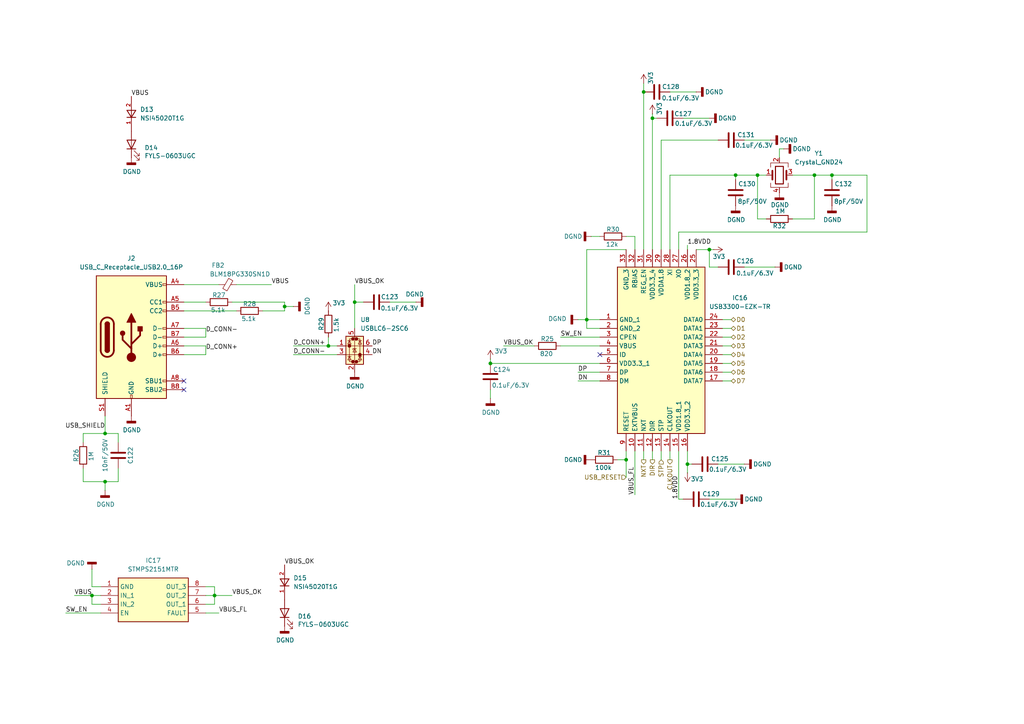
<source format=kicad_sch>
(kicad_sch (version 20231120) (generator "eeschema") (generator_version "8.0")
  (paper "A4")
  (lib_symbols
    (symbol "Connector:USB_C_Receptacle_USB2.0_16P" (pin_names (offset 1.016))
      (property "Reference" "J" (at 0 22.225 0))
      (property "Value" "USB_C_Receptacle_USB2.0_16P" (at 0 19.685 0))
      (symbol "USB_C_Receptacle_USB2.0_16P_0_0"
        (rectangle (start -0.254 -17.78) (end 0.254 -16.764))
        (rectangle (start 10.16 -14.986) (end 9.144 -15.494))
        (rectangle (start 10.16 -12.446) (end 9.144 -12.954))
        (rectangle (start 10.16 -4.826) (end 9.144 -5.334))
        (rectangle (start 10.16 -2.286) (end 9.144 -2.794))
        (rectangle (start 10.16 0.254) (end 9.144 -0.254))
        (rectangle (start 10.16 2.794) (end 9.144 2.286))
        (rectangle (start 10.16 7.874) (end 9.144 7.366))
        (rectangle (start 10.16 10.414) (end 9.144 9.906))
        (rectangle (start 10.16 15.494) (end 9.144 14.986))
      )
      (symbol "USB_C_Receptacle_USB2.0_16P_0_1"
        (rectangle (start -10.16 17.78) (end 10.16 -17.78) (stroke (width 0.254)) (fill (type background)))
        (arc (start -8.89 -3.81) (mid -6.985 -5.7067) (end -5.08 -3.81) (stroke (width 0.508)))
        (arc (start -7.62 -3.81) (mid -6.985 -4.4423) (end -6.35 -3.81) (stroke (width 0.254)))
        (arc (start -7.62 -3.81) (mid -6.985 -4.4423) (end -6.35 -3.81) (stroke (width 0.254)) (fill (type outline)))
        (rectangle (start -7.62 -3.81) (end -6.35 3.81) (stroke (width 0.254)) (fill (type outline)))
        (arc (start -6.35 3.81) (mid -6.985 4.4423) (end -7.62 3.81) (stroke (width 0.254)))
        (arc (start -6.35 3.81) (mid -6.985 4.4423) (end -7.62 3.81) (stroke (width 0.254)) (fill (type outline)))
        (arc (start -5.08 3.81) (mid -6.985 5.7067) (end -8.89 3.81) (stroke (width 0.508)))
        (circle (center -2.54 1.143) (radius 0.635) (stroke (width 0.254)) (fill (type outline)))
        (circle (center 0 -5.842) (radius 1.27) (fill (type outline)))
        (polyline (pts (xy -8.89 -3.81) (xy -8.89 3.81)) (stroke (width 0.508)))
        (polyline (pts (xy -5.08 3.81) (xy -5.08 -3.81)) (stroke (width 0.508)))
        (polyline (pts (xy 0 -5.842) (xy 0 4.318)) (stroke (width 0.508)))
        (polyline (pts (xy 0 -3.302) (xy -2.54 -0.762) (xy -2.54 0.508)) (stroke (width 0.508)))
        (polyline (pts (xy 0 -2.032) (xy 2.54 0.508) (xy 2.54 1.778)) (stroke (width 0.508)))
        (polyline (pts (xy -1.27 4.318) (xy 0 6.858) (xy 1.27 4.318) (xy -1.27 4.318)) (stroke (width 0.254)) (fill (type outline)))
        (rectangle (start 1.905 1.778) (end 3.175 3.048) (stroke (width 0.254)) (fill (type outline)))
      )
      (symbol "USB_C_Receptacle_USB2.0_16P_1_1"
        (pin passive line (at 0 -22.86 90) (length 5.08) (name "GND") (number "A1"))
        (pin passive line (at 0 -22.86 90) (length 5.08) hide (name "GND") (number "A12"))
        (pin passive line (at 15.24 15.24 180) (length 5.08) (name "VBUS") (number "A4"))
        (pin bidirectional line (at 15.24 10.16 180) (length 5.08) (name "CC1") (number "A5"))
        (pin bidirectional line (at 15.24 -2.54 180) (length 5.08) (name "D+") (number "A6"))
        (pin bidirectional line (at 15.24 2.54 180) (length 5.08) (name "D-") (number "A7"))
        (pin bidirectional line (at 15.24 -12.7 180) (length 5.08) (name "SBU1") (number "A8"))
        (pin passive line (at 15.24 15.24 180) (length 5.08) hide (name "VBUS") (number "A9"))
        (pin passive line (at 0 -22.86 90) (length 5.08) hide (name "GND") (number "B1"))
        (pin passive line (at 0 -22.86 90) (length 5.08) hide (name "GND") (number "B12"))
        (pin passive line (at 15.24 15.24 180) (length 5.08) hide (name "VBUS") (number "B4"))
        (pin bidirectional line (at 15.24 7.62 180) (length 5.08) (name "CC2") (number "B5"))
        (pin bidirectional line (at 15.24 -5.08 180) (length 5.08) (name "D+") (number "B6"))
        (pin bidirectional line (at 15.24 0 180) (length 5.08) (name "D-") (number "B7"))
        (pin bidirectional line (at 15.24 -15.24 180) (length 5.08) (name "SBU2") (number "B8"))
        (pin passive line (at 15.24 15.24 180) (length 5.08) hide (name "VBUS") (number "B9"))
        (pin passive line (at -7.62 -22.86 90) (length 5.08) (name "SHIELD") (number "S1"))
      )
    )
    (symbol "Device:C" (pin_numbers hide) (pin_names (offset 0.254))
      (property "Reference" "C" (at 0.635 2.54 0))
      (property "Value" "C" (at 0.635 -2.54 0))
      (symbol "C_0_1"
        (polyline (pts (xy -2.032 -0.762) (xy 2.032 -0.762)) (stroke (width 0.508)))
        (polyline (pts (xy -2.032 0.762) (xy 2.032 0.762)) (stroke (width 0.508)))
      )
      (symbol "C_1_1"
        (pin passive line (at 0 3.81 270) (length 2.794) (name "~") (number "1"))
        (pin passive line (at 0 -3.81 90) (length 2.794) (name "~") (number "2"))
      )
    )
    (symbol "Device:Crystal_GND24" (pin_names (offset 1.016) hide)
      (property "Reference" "Y" (at 3.175 5.08 0))
      (property "Value" "Crystal_GND24" (at 3.175 3.175 0))
      (symbol "Crystal_GND24_0_1"
        (rectangle (start -1.143 2.54) (end 1.143 -2.54) (stroke (width 0.3048)))
        (polyline (pts (xy -2.54 0) (xy -2.032 0)))
        (polyline (pts (xy -2.032 -1.27) (xy -2.032 1.27)) (stroke (width 0.508)))
        (polyline (pts (xy 0 -3.81) (xy 0 -3.556)))
        (polyline (pts (xy 0 3.556) (xy 0 3.81)))
        (polyline (pts (xy 2.032 -1.27) (xy 2.032 1.27)) (stroke (width 0.508)))
        (polyline (pts (xy 2.032 0) (xy 2.54 0)))
        (polyline (pts (xy -2.54 -2.286) (xy -2.54 -3.556) (xy 2.54 -3.556) (xy 2.54 -2.286)))
        (polyline (pts (xy -2.54 2.286) (xy -2.54 3.556) (xy 2.54 3.556) (xy 2.54 2.286)))
      )
      (symbol "Crystal_GND24_1_1"
        (pin passive line (at -3.81 0 0) (length 1.27) (name "1") (number "1"))
        (pin passive line (at 0 5.08 270) (length 1.27) (name "2") (number "2"))
        (pin passive line (at 3.81 0 180) (length 1.27) (name "3") (number "3"))
        (pin passive line (at 0 -5.08 90) (length 1.27) (name "4") (number "4"))
      )
    )
    (symbol "Device:FerriteBead_Small" (pin_numbers hide) (pin_names (offset 0))
      (property "Reference" "FB" (at 1.905 1.27 0))
      (property "Value" "FerriteBead_Small" (at 1.905 -1.27 0))
      (symbol "FerriteBead_Small_0_1"
        (polyline (pts (xy 0 -1.27) (xy 0 -0.7874)))
        (polyline (pts (xy 0 0.889) (xy 0 1.2954)))
        (polyline (pts (xy -1.8288 0.2794) (xy -1.1176 1.4986) (xy 1.8288 -0.2032) (xy 1.1176 -1.4224) (xy -1.8288 0.2794)))
      )
      (symbol "FerriteBead_Small_1_1"
        (pin passive line (at 0 2.54 270) (length 1.27) (name "~") (number "1"))
        (pin passive line (at 0 -2.54 90) (length 1.27) (name "~") (number "2"))
      )
    )
    (symbol "Device:LED" (pin_numbers hide) (pin_names (offset 1.016) hide)
      (property "Reference" "D" (at 0 2.54 0))
      (property "Value" "LED" (at 0 -2.54 0))
      (symbol "LED_0_1"
        (polyline (pts (xy -1.27 -1.27) (xy -1.27 1.27)) (stroke (width 0.254)))
        (polyline (pts (xy -1.27 0) (xy 1.27 0)))
        (polyline (pts (xy 1.27 -1.27) (xy 1.27 1.27) (xy -1.27 0) (xy 1.27 -1.27)) (stroke (width 0.254)))
        (polyline (pts (xy -3.048 -0.762) (xy -4.572 -2.286) (xy -3.81 -2.286) (xy -4.572 -2.286) (xy -4.572 -1.524)))
        (polyline (pts (xy -1.778 -0.762) (xy -3.302 -2.286) (xy -2.54 -2.286) (xy -3.302 -2.286) (xy -3.302 -1.524)))
      )
      (symbol "LED_1_1"
        (pin passive line (at -3.81 0 0) (length 2.54) (name "K") (number "1"))
        (pin passive line (at 3.81 0 180) (length 2.54) (name "A") (number "2"))
      )
    )
    (symbol "Device:R" (pin_numbers hide) (pin_names (offset 0))
      (property "Reference" "R" (at 2.032 0 90))
      (property "Value" "R" (at 0 0 90))
      (symbol "R_0_1"
        (rectangle (start -1.016 -2.54) (end 1.016 2.54) (stroke (width 0.254)))
      )
      (symbol "R_1_1"
        (pin passive line (at 0 3.81 270) (length 1.27) (name "~") (number "1"))
        (pin passive line (at 0 -3.81 90) (length 1.27) (name "~") (number "2"))
      )
    )
    (symbol "NSI45020T1G:NSI45020T1G" (pin_names (offset 1.016))
      (property "Reference" "D" (at -4.5743 2.1601 0))
      (property "Value" "NSI45020T1G" (at -4.5755 -4.1942 0))
      (symbol "NSI45020T1G_0_0"
        (polyline (pts (xy -1.016 -1.27) (xy -1.016 0)) (stroke (width 0.254)))
        (polyline (pts (xy -1.016 0) (xy -1.016 1.27)) (stroke (width 0.254)))
        (polyline (pts (xy -1.016 0) (xy 1.016 -1.27)) (stroke (width 0.254)))
        (polyline (pts (xy 1.016 -1.27) (xy 1.016 1.27)) (stroke (width 0.254)))
        (polyline (pts (xy 1.016 1.27) (xy -1.016 0)) (stroke (width 0.254)))
        (pin passive line (at -5.08 0 0) (length 5.08) (name "~") (number "1"))
        (pin passive line (at 5.08 0 180) (length 5.08) (name "~") (number "2"))
      )
    )
    (symbol "Power_Protection:USBLC6-2SC6" (pin_names hide)
      (property "Reference" "U" (at 0.635 5.715 0))
      (property "Value" "USBLC6-2SC6" (at 0.635 3.81 0))
      (symbol "USBLC6-2SC6_0_0"
        (circle (center -1.524 0) (radius 0.0001) (stroke (width 0.508)))
        (circle (center -0.508 -4.572) (radius 0.0001) (stroke (width 0.508)))
        (circle (center -0.508 2.032) (radius 0.0001) (stroke (width 0.508)))
        (circle (center 0.508 -4.572) (radius 0.0001) (stroke (width 0.508)))
        (circle (center 0.508 2.032) (radius 0.0001) (stroke (width 0.508)))
        (circle (center 1.524 -2.54) (radius 0.0001) (stroke (width 0.508)))
      )
      (symbol "USBLC6-2SC6_0_1"
        (polyline (pts (xy -2.54 -2.54) (xy 2.54 -2.54)))
        (polyline (pts (xy -2.54 0) (xy 2.54 0)))
        (polyline (pts (xy -2.032 -3.048) (xy -1.016 -3.048)))
        (polyline (pts (xy -1.016 1.524) (xy -2.032 1.524)))
        (polyline (pts (xy 1.016 -3.048) (xy 2.032 -3.048)))
        (polyline (pts (xy 1.016 1.524) (xy 2.032 1.524)))
        (polyline (pts (xy -0.508 -1.143) (xy -0.508 -0.762) (xy 0.508 -0.762)))
        (polyline (pts (xy -2.032 0.508) (xy -1.016 0.508) (xy -1.524 1.524) (xy -2.032 0.508)))
        (polyline (pts (xy -1.016 -4.064) (xy -2.032 -4.064) (xy -1.524 -3.048) (xy -1.016 -4.064)))
        (polyline (pts (xy 0.508 -1.778) (xy -0.508 -1.778) (xy 0 -0.762) (xy 0.508 -1.778)))
        (polyline (pts (xy 2.032 -4.064) (xy 1.016 -4.064) (xy 1.524 -3.048) (xy 2.032 -4.064)))
        (polyline (pts (xy 2.032 0.508) (xy 1.016 0.508) (xy 1.524 1.524) (xy 2.032 0.508)))
        (polyline (pts (xy 0 2.54) (xy -0.508 2.032) (xy 0.508 2.032) (xy 0 1.524) (xy 0 -4.064) (xy -0.508 -4.572) (xy 0.508 -4.572) (xy 0 -5.08)))
      )
      (symbol "USBLC6-2SC6_1_1"
        (rectangle (start -2.54 2.794) (end 2.54 -5.334) (stroke (width 0.254)) (fill (type background)))
        (polyline (pts (xy -0.508 2.032) (xy -1.524 2.032) (xy -1.524 -4.572) (xy -0.508 -4.572)))
        (polyline (pts (xy 0.508 -4.572) (xy 1.524 -4.572) (xy 1.524 2.032) (xy 0.508 2.032)))
        (pin passive line (at -5.08 0 0) (length 2.54) (name "I/O1") (number "1"))
        (pin passive line (at 0 -7.62 90) (length 2.54) (name "GND") (number "2"))
        (pin passive line (at -5.08 -2.54 0) (length 2.54) (name "I/O2") (number "3"))
        (pin passive line (at 5.08 -2.54 180) (length 2.54) (name "I/O2") (number "4"))
        (pin passive line (at 0 5.08 270) (length 2.54) (name "VBUS") (number "5"))
        (pin passive line (at 5.08 0 180) (length 2.54) (name "I/O1") (number "6"))
      )
    )
    (symbol "STMPS2151MTR:STMPS2151MTR"
      (property "Reference" "IC" (at 26.67 7.62 0))
      (property "Value" "STMPS2151MTR" (at 26.67 5.08 0))
      (symbol "STMPS2151MTR_1_1"
        (rectangle (start 5.08 2.54) (end 25.4 -10.16) (stroke (width 0.254)) (fill (type background)))
        (pin passive line (at 0 0 0) (length 5.08) (name "GND") (number "1"))
        (pin passive line (at 0 -2.54 0) (length 5.08) (name "IN_1") (number "2"))
        (pin passive line (at 0 -5.08 0) (length 5.08) (name "IN_2") (number "3"))
        (pin passive line (at 0 -7.62 0) (length 5.08) (name "EN") (number "4"))
        (pin passive line (at 30.48 -7.62 180) (length 5.08) (name "FAULT") (number "5"))
        (pin passive line (at 30.48 -5.08 180) (length 5.08) (name "OUT_1") (number "6"))
        (pin passive line (at 30.48 -2.54 180) (length 5.08) (name "OUT_2") (number "7"))
        (pin passive line (at 30.48 0 180) (length 5.08) (name "OUT_3") (number "8"))
      )
    )
    (symbol "USB3300-EZK-TR:USB3300-EZK-TR"
      (property "Reference" "IC" (at 31.75 20.32 0))
      (property "Value" "USB3300-EZK-TR" (at 31.75 17.78 0))
      (symbol "USB3300-EZK-TR_1_1"
        (rectangle (start 5.08 15.24) (end 30.48 -33.02) (stroke (width 0.254)) (fill (type background)))
        (pin passive line (at 0 0 0) (length 5.08) (name "GND_1") (number "1"))
        (pin passive line (at 10.16 -38.1 90) (length 5.08) (name "EXTVBUS") (number "10"))
        (pin passive line (at 12.7 -38.1 90) (length 5.08) (name "NXT") (number "11"))
        (pin passive line (at 15.24 -38.1 90) (length 5.08) (name "DIR") (number "12"))
        (pin passive line (at 17.78 -38.1 90) (length 5.08) (name "STP") (number "13"))
        (pin passive line (at 20.32 -38.1 90) (length 5.08) (name "CLKOUT") (number "14"))
        (pin passive line (at 22.86 -38.1 90) (length 5.08) (name "VDD1.8_1") (number "15"))
        (pin passive line (at 25.4 -38.1 90) (length 5.08) (name "VDD3.3_2") (number "16"))
        (pin passive line (at 35.56 -17.78 180) (length 5.08) (name "DATA7") (number "17"))
        (pin passive line (at 35.56 -15.24 180) (length 5.08) (name "DATA6") (number "18"))
        (pin passive line (at 35.56 -12.7 180) (length 5.08) (name "DATA5") (number "19"))
        (pin passive line (at 0 -2.54 0) (length 5.08) (name "GND_2") (number "2"))
        (pin passive line (at 35.56 -10.16 180) (length 5.08) (name "DATA4") (number "20"))
        (pin passive line (at 35.56 -7.62 180) (length 5.08) (name "DATA3") (number "21"))
        (pin passive line (at 35.56 -5.08 180) (length 5.08) (name "DATA2") (number "22"))
        (pin passive line (at 35.56 -2.54 180) (length 5.08) (name "DATA1") (number "23"))
        (pin passive line (at 35.56 0 180) (length 5.08) (name "DATA0") (number "24"))
        (pin passive line (at 27.94 20.32 270) (length 5.08) (name "VDD3.3_3") (number "25"))
        (pin passive line (at 25.4 20.32 270) (length 5.08) (name "VDD1.8_2") (number "26"))
        (pin passive line (at 22.86 20.32 270) (length 5.08) (name "XO") (number "27"))
        (pin passive line (at 20.32 20.32 270) (length 5.08) (name "XI") (number "28"))
        (pin passive line (at 17.78 20.32 270) (length 5.08) (name "VDDA1.8") (number "29"))
        (pin passive line (at 0 -5.08 0) (length 5.08) (name "CPEN") (number "3"))
        (pin passive line (at 15.24 20.32 270) (length 5.08) (name "VDD3.3_4") (number "30"))
        (pin passive line (at 12.7 20.32 270) (length 5.08) (name "REG_EN") (number "31"))
        (pin passive line (at 10.16 20.32 270) (length 5.08) (name "RBIAS") (number "32"))
        (pin passive line (at 7.62 20.32 270) (length 5.08) (name "GND_3") (number "33"))
        (pin passive line (at 0 -7.62 0) (length 5.08) (name "VBUS") (number "4"))
        (pin passive line (at 0 -10.16 0) (length 5.08) (name "ID") (number "5"))
        (pin passive line (at 0 -12.7 0) (length 5.08) (name "VDD3.3_1") (number "6"))
        (pin passive line (at 0 -15.24 0) (length 5.08) (name "DP") (number "7"))
        (pin passive line (at 0 -17.78 0) (length 5.08) (name "DM") (number "8"))
        (pin passive line (at 7.62 -38.1 90) (length 5.08) (name "RESET") (number "9"))
      )
    )
    (symbol "power:GNDD" (power) (pin_numbers hide) (pin_names (offset 0) hide)
      (property "Value" "GNDD" (at 0 -3.175 0))
      (symbol "GNDD_0_1"
        (rectangle (start -1.27 -1.524) (end 1.27 -2.032) (stroke (width 0.254)) (fill (type outline)))
        (polyline (pts (xy 0 0) (xy 0 -1.524)))
      )
      (symbol "GNDD_1_1"
        (pin power_in line (at 0 0 270) (length 0) (name "~") (number "1"))
      )
    )
    (symbol "power:VDD" (power) (pin_numbers hide) (pin_names (offset 0) hide)
      (property "Value" "VDD" (at 0 3.556 0))
      (symbol "VDD_0_1"
        (polyline (pts (xy -0.762 1.27) (xy 0 2.54)))
        (polyline (pts (xy 0 0) (xy 0 2.54)))
        (polyline (pts (xy 0 2.54) (xy 0.762 1.27)))
      )
      (symbol "VDD_1_1"
        (pin power_in line (at 0 0 90) (length 0) (name "~") (number "1"))
      )
    )
  )
  (junction (at 26.67 172.72))
  (junction (at 236.22 50.8))
  (junction (at 170.18 92.71))
  (junction (at 213.36 50.8))
  (junction (at 241.3 50.8))
  (junction (at 186.69 26.67))
  (junction (at 30.48 125.73))
  (junction (at 189.23 34.29))
  (junction (at 142.24 105.41))
  (junction (at 199.39 134.62))
  (junction (at 102.87 87.63))
  (junction (at 82.55 88.9))
  (junction (at 62.23 172.72))
  (junction (at 219.71 50.8))
  (junction (at 205.74 72.39))
  (junction (at 30.48 139.7))
  (junction (at 181.61 133.35))
  (junction (at 95.25 100.33))
  (no_connect (at 53.34 110.49))
  (no_connect (at 173.99 102.87))
  (no_connect (at 53.34 113.03))
  (wire (pts (xy 251.46 50.8) (xy 241.3 50.8)))
  (wire (pts (xy 209.55 100.33) (xy 212.09 100.33)))
  (wire (pts (xy 167.64 92.71) (xy 170.18 92.71)))
  (wire (pts (xy 209.55 102.87) (xy 212.09 102.87)))
  (wire (pts (xy 191.77 40.64) (xy 191.77 72.39)))
  (wire (pts (xy 191.77 133.35) (xy 191.77 130.81)))
  (wire (pts (xy 102.87 82.55) (xy 102.87 87.63)))
  (wire (pts (xy 199.39 71.12) (xy 199.39 72.39)))
  (wire (pts (xy 167.64 110.49) (xy 173.99 110.49)))
  (wire (pts (xy 59.69 170.18) (xy 62.23 170.18)))
  (wire (pts (xy 205.74 77.47) (xy 208.28 77.47)))
  (wire (pts (xy 186.69 26.67) (xy 186.69 72.39)))
  (wire (pts (xy 236.22 63.5) (xy 229.87 63.5)))
  (wire (pts (xy 85.09 88.9) (xy 82.55 88.9)))
  (wire (pts (xy 53.34 100.33) (xy 59.69 100.33)))
  (wire (pts (xy 181.61 130.81) (xy 181.61 133.35)))
  (wire (pts (xy 24.13 125.73) (xy 30.48 125.73)))
  (wire (pts (xy 170.18 95.25) (xy 170.18 92.71)))
  (wire (pts (xy 62.23 175.26) (xy 62.23 172.72)))
  (wire (pts (xy 205.74 72.39) (xy 205.74 77.47)))
  (wire (pts (xy 199.39 134.62) (xy 200.66 134.62)))
  (wire (pts (xy 189.23 72.39) (xy 189.23 34.29)))
  (wire (pts (xy 170.18 92.71) (xy 173.99 92.71)))
  (wire (pts (xy 63.5 177.8) (xy 59.69 177.8)))
  (wire (pts (xy 181.61 68.58) (xy 184.15 68.58)))
  (wire (pts (xy 227.33 43.18) (xy 226.06 43.18)))
  (wire (pts (xy 142.24 104.14) (xy 142.24 105.41)))
  (wire (pts (xy 68.58 82.55) (xy 78.74 82.55)))
  (wire (pts (xy 146.05 100.33) (xy 154.94 100.33)))
  (wire (pts (xy 53.34 82.55) (xy 63.5 82.55)))
  (wire (pts (xy 24.13 125.73) (xy 24.13 128.27)))
  (wire (pts (xy 186.69 133.35) (xy 186.69 130.81)))
  (wire (pts (xy 196.85 130.81) (xy 196.85 144.78)))
  (wire (pts (xy 208.28 40.64) (xy 191.77 40.64)))
  (wire (pts (xy 53.34 95.25) (xy 59.69 95.25)))
  (wire (pts (xy 196.85 67.31) (xy 251.46 67.31)))
  (wire (pts (xy 19.05 177.8) (xy 29.21 177.8)))
  (wire (pts (xy 222.25 50.8) (xy 219.71 50.8)))
  (wire (pts (xy 236.22 50.8) (xy 236.22 63.5)))
  (wire (pts (xy 142.24 105.41) (xy 173.99 105.41)))
  (wire (pts (xy 162.56 97.79) (xy 173.99 97.79)))
  (wire (pts (xy 205.74 144.78) (xy 213.36 144.78)))
  (wire (pts (xy 209.55 105.41) (xy 212.09 105.41)))
  (wire (pts (xy 209.55 95.25) (xy 212.09 95.25)))
  (wire (pts (xy 181.61 72.39) (xy 170.18 72.39)))
  (wire (pts (xy 241.3 52.07) (xy 241.3 50.8)))
  (wire (pts (xy 95.25 97.79) (xy 95.25 100.33)))
  (wire (pts (xy 59.69 100.33) (xy 59.69 102.87)))
  (wire (pts (xy 62.23 170.18) (xy 62.23 172.72)))
  (wire (pts (xy 194.31 26.67) (xy 201.93 26.67)))
  (wire (pts (xy 34.29 128.27) (xy 34.29 125.73)))
  (wire (pts (xy 26.67 170.18) (xy 29.21 170.18)))
  (wire (pts (xy 29.21 175.26) (xy 26.67 175.26)))
  (wire (pts (xy 201.93 72.39) (xy 205.74 72.39)))
  (wire (pts (xy 21.59 172.72) (xy 26.67 172.72)))
  (wire (pts (xy 173.99 95.25) (xy 170.18 95.25)))
  (wire (pts (xy 189.23 33.02) (xy 189.23 34.29)))
  (wire (pts (xy 67.31 87.63) (xy 82.55 87.63)))
  (wire (pts (xy 76.2 90.17) (xy 82.55 90.17)))
  (wire (pts (xy 209.55 110.49) (xy 212.09 110.49)))
  (wire (pts (xy 181.61 133.35) (xy 181.61 138.43)))
  (wire (pts (xy 194.31 133.35) (xy 194.31 130.81)))
  (wire (pts (xy 198.12 34.29) (xy 205.74 34.29)))
  (wire (pts (xy 24.13 139.7) (xy 30.48 139.7)))
  (wire (pts (xy 209.55 97.79) (xy 212.09 97.79)))
  (wire (pts (xy 251.46 67.31) (xy 251.46 50.8)))
  (wire (pts (xy 215.9 77.47) (xy 224.79 77.47)))
  (wire (pts (xy 196.85 144.78) (xy 198.12 144.78)))
  (wire (pts (xy 212.09 92.71) (xy 209.55 92.71)))
  (wire (pts (xy 184.15 68.58) (xy 184.15 72.39)))
  (wire (pts (xy 213.36 50.8) (xy 194.31 50.8)))
  (wire (pts (xy 102.87 87.63) (xy 102.87 95.25)))
  (wire (pts (xy 30.48 139.7) (xy 30.48 142.24)))
  (wire (pts (xy 194.31 50.8) (xy 194.31 72.39)))
  (wire (pts (xy 205.74 72.39) (xy 207.01 72.39)))
  (wire (pts (xy 24.13 135.89) (xy 24.13 139.7)))
  (wire (pts (xy 170.18 72.39) (xy 170.18 92.71)))
  (wire (pts (xy 162.56 100.33) (xy 173.99 100.33)))
  (wire (pts (xy 82.55 87.63) (xy 82.55 88.9)))
  (wire (pts (xy 30.48 125.73) (xy 34.29 125.73)))
  (wire (pts (xy 26.67 165.1) (xy 26.67 170.18)))
  (wire (pts (xy 102.87 87.63) (xy 105.41 87.63)))
  (wire (pts (xy 213.36 50.8) (xy 213.36 52.07)))
  (wire (pts (xy 34.29 139.7) (xy 30.48 139.7)))
  (wire (pts (xy 53.34 97.79) (xy 59.69 97.79)))
  (wire (pts (xy 189.23 34.29) (xy 190.5 34.29)))
  (wire (pts (xy 95.25 100.33) (xy 97.79 100.33)))
  (wire (pts (xy 34.29 135.89) (xy 34.29 139.7)))
  (wire (pts (xy 53.34 102.87) (xy 59.69 102.87)))
  (wire (pts (xy 85.09 100.33) (xy 95.25 100.33)))
  (wire (pts (xy 226.06 43.18) (xy 226.06 45.72)))
  (wire (pts (xy 229.87 50.8) (xy 236.22 50.8)))
  (wire (pts (xy 59.69 175.26) (xy 62.23 175.26)))
  (wire (pts (xy 26.67 175.26) (xy 26.67 172.72)))
  (wire (pts (xy 26.67 172.72) (xy 29.21 172.72)))
  (wire (pts (xy 30.48 120.65) (xy 30.48 125.73)))
  (wire (pts (xy 219.71 50.8) (xy 219.71 63.5)))
  (wire (pts (xy 186.69 24.13) (xy 186.69 26.67)))
  (wire (pts (xy 208.28 134.62) (xy 215.9 134.62)))
  (wire (pts (xy 189.23 133.35) (xy 189.23 130.81)))
  (wire (pts (xy 113.03 87.63) (xy 120.65 87.63)))
  (wire (pts (xy 199.39 134.62) (xy 199.39 137.16)))
  (wire (pts (xy 167.64 107.95) (xy 173.99 107.95)))
  (wire (pts (xy 142.24 115.57) (xy 142.24 113.03)))
  (wire (pts (xy 53.34 90.17) (xy 68.58 90.17)))
  (wire (pts (xy 171.45 68.58) (xy 173.99 68.58)))
  (wire (pts (xy 59.69 95.25) (xy 59.69 97.79)))
  (wire (pts (xy 222.25 63.5) (xy 219.71 63.5)))
  (wire (pts (xy 209.55 107.95) (xy 212.09 107.95)))
  (wire (pts (xy 184.15 130.81) (xy 184.15 143.51)))
  (wire (pts (xy 82.55 90.17) (xy 82.55 88.9)))
  (wire (pts (xy 67.31 172.72) (xy 62.23 172.72)))
  (wire (pts (xy 62.23 172.72) (xy 59.69 172.72)))
  (wire (pts (xy 196.85 72.39) (xy 196.85 67.31)))
  (wire (pts (xy 241.3 50.8) (xy 236.22 50.8)))
  (wire (pts (xy 199.39 130.81) (xy 199.39 134.62)))
  (wire (pts (xy 215.9 40.64) (xy 223.52 40.64)))
  (wire (pts (xy 53.34 87.63) (xy 59.69 87.63)))
  (wire (pts (xy 181.61 133.35) (xy 179.07 133.35)))
  (wire (pts (xy 85.09 102.87) (xy 97.79 102.87)))
  (wire (pts (xy 219.71 50.8) (xy 213.36 50.8)))
  (label "USB_SHIELD" (at 30.48 124.46 180))
  (label "VBUS_OK" (at 146.05 100.33 0))
  (label "DN" (at 107.95 102.87 0))
  (label "SW_EN" (at 19.05 177.8 0))
  (label "VBUS_OK" (at 67.31 172.72 0))
  (label "1.8VDD" (at 196.85 144.78 90))
  (label "VBUS_FL" (at 63.5 177.8 0))
  (label "VBUS" (at 78.74 82.55 0))
  (label "DP" (at 107.95 100.33 0))
  (label "DP" (at 167.64 107.95 0))
  (label "VBUS" (at 38.1 27.94 0))
  (label "D_CONN-" (at 59.69 96.52 0))
  (label "VBUS" (at 21.59 172.72 0))
  (label "VBUS_OK" (at 102.87 82.55 0))
  (label "D_CONN-" (at 85.09 102.87 0))
  (label "1.8VDD" (at 199.39 71.12 0))
  (label "VBUS_FL" (at 184.15 143.51 90))
  (label "SW_EN" (at 162.56 97.79 0))
  (label "D_CONN+" (at 59.69 101.6 0))
  (label "VBUS_OK" (at 82.55 163.83 0))
  (label "DN" (at 167.64 110.49 0))
  (label "D_CONN+" (at 85.09 100.33 0))
  (hierarchical_label "D4" (shape bidirectional) (at 212.09 102.87 0))
  (hierarchical_label "D2" (shape bidirectional) (at 212.09 97.79 0))
  (hierarchical_label "D0" (shape bidirectional) (at 212.09 92.71 0))
  (hierarchical_label "D7" (shape bidirectional) (at 212.09 110.49 0))
  (hierarchical_label "USB_RESET" (shape input) (at 181.61 138.43 180))
  (hierarchical_label "CLKOUT" (shape output) (at 194.31 133.35 270))
  (hierarchical_label "D1" (shape bidirectional) (at 212.09 95.25 0))
  (hierarchical_label "STP" (shape input) (at 191.77 133.35 270))
  (hierarchical_label "D5" (shape bidirectional) (at 212.09 105.41 0))
  (hierarchical_label "D3" (shape bidirectional) (at 212.09 100.33 0))
  (hierarchical_label "NXT" (shape output) (at 186.69 133.35 270))
  (hierarchical_label "D6" (shape bidirectional) (at 212.09 107.95 0))
  (hierarchical_label "DIR" (shape output) (at 189.23 133.35 270))
  (symbol (lib_id "Device:R") (at 226.06 63.5 270) (unit 1)
    (property "Reference" "R32" (at 226.06 65.532 90))
    (property "Value" "1M" (at 226.314 61.214 90))
    (property "Footprint" "Resistor_SMD:R_0805_2012Metric_Pad1.20x1.40mm_HandSolder" (effects (hide yes)))
    (property "Description" "Resistor" (effects (hide yes)))
  )
  (symbol (lib_id "power:GNDD") (at 85.09 88.9 90) (mirror x) (unit 1)
    (property "Reference" "#PWR0202" (effects (hide yes)))
    (property "Value" "DGND" (at 89.154 91.44 0) (effects (justify right)))
    (property "Description" "Power symbol creates a global label with name \"GNDD\" , digital ground" (effects (hide yes)))
  )
  (symbol (lib_id "power:VDD") (at 207.01 72.39 270) (unit 1)
    (property "Reference" "#PWR0213" (effects (hide yes)))
    (property "Value" "3V3" (at 208.534 74.422 90))
    (property "Description" "Power symbol creates a global label with name \"VDD\"" (effects (hide yes)))
  )
  (symbol (lib_id "Device:C") (at 241.3 55.88 0) (mirror x) (unit 1)
    (property "Reference" "C132" (at 244.602 53.34 0))
    (property "Value" "8pF/50V" (at 246.126 58.42 0))
    (property "Footprint" "Capacitor_SMD:C_0402_1005Metric_Pad0.74x0.62mm_HandSolder" (effects (hide yes)))
    (property "Description" "Unpolarized capacitor" (effects (hide yes)))
  )
  (symbol (lib_id "Device:C") (at 201.93 144.78 90) (mirror x) (unit 1)
    (property "Reference" "C129" (at 206.248 143.256 90))
    (property "Value" "0.1uF/6.3V" (at 208.534 146.304 90))
    (property "Footprint" "Capacitor_SMD:C_0603_1608Metric_Pad1.08x0.95mm_HandSolder" (effects (hide yes)))
    (property "Description" "Unpolarized capacitor" (effects (hide yes)))
  )
  (symbol (lib_id "Device:C") (at 212.09 77.47 90) (mirror x) (unit 1)
    (property "Reference" "C126" (at 216.154 75.692 90))
    (property "Value" "0.1uF/6.3V" (at 218.948 79.248 90))
    (property "Footprint" "Capacitor_SMD:C_0603_1608Metric_Pad1.08x0.95mm_HandSolder" (effects (hide yes)))
    (property "Description" "Unpolarized capacitor" (effects (hide yes)))
  )
  (symbol (lib_id "power:GNDD") (at 26.67 165.1 0) (mirror x) (unit 1)
    (property "Reference" "#PWR0198" (effects (hide yes)))
    (property "Value" "DGND" (at 24.638 163.322 0) (effects (justify right)))
    (property "Description" "Power symbol creates a global label with name \"GNDD\" , digital ground" (effects (hide yes)))
  )
  (symbol (lib_id "power:GNDD") (at 171.45 68.58 270) (mirror x) (unit 1)
    (property "Reference" "#PWR0216" (effects (hide yes)))
    (property "Value" "DGND" (at 168.91 68.58 90) (effects (justify right)))
    (property "Description" "Power symbol creates a global label with name \"GNDD\" , digital ground" (effects (hide yes)))
  )
  (symbol (lib_id "power:GNDD") (at 38.1 120.65 0) (mirror y) (unit 1)
    (property "Reference" "#PWR0197" (effects (hide yes)))
    (property "Value" "DGND" (at 35.56 124.714 0) (effects (justify right)))
    (property "Description" "Power symbol creates a global label with name \"GNDD\" , digital ground" (effects (hide yes)))
  )
  (symbol (lib_id "power:VDD") (at 199.39 137.16 180) (unit 1)
    (property "Reference" "#PWR0208" (effects (hide yes)))
    (property "Value" "3V3" (at 202.184 138.938 0))
    (property "Description" "Power symbol creates a global label with name \"VDD\"" (effects (hide yes)))
  )
  (symbol (lib_id "power:GNDD") (at 82.55 181.61 0) (mirror y) (unit 1)
    (property "Reference" "#PWR0200" (effects (hide yes)))
    (property "Value" "DGND" (at 80.01 185.674 0) (effects (justify right)))
    (property "Description" "Power symbol creates a global label with name \"GNDD\" , digital ground" (effects (hide yes)))
  )
  (symbol (lib_id "power:GNDD") (at 215.9 134.62 90) (mirror x) (unit 1)
    (property "Reference" "#PWR0209" (effects (hide yes)))
    (property "Value" "DGND" (at 218.44 134.62 90) (effects (justify right)))
    (property "Description" "Power symbol creates a global label with name \"GNDD\" , digital ground" (effects (hide yes)))
  )
  (symbol (lib_id "power:GNDD") (at 201.93 26.67 90) (mirror x) (unit 1)
    (property "Reference" "#PWR0212" (effects (hide yes)))
    (property "Value" "DGND" (at 204.47 26.67 90) (effects (justify right)))
    (property "Description" "Power symbol creates a global label with name \"GNDD\" , digital ground" (effects (hide yes)))
  )
  (symbol (lib_id "Device:R") (at 177.8 68.58 90) (unit 1)
    (property "Reference" "R30" (at 177.8 66.548 90))
    (property "Value" "12k" (at 177.546 70.866 90))
    (property "Footprint" "Resistor_SMD:R_0805_2012Metric_Pad1.20x1.40mm_HandSolder" (effects (hide yes)))
    (property "Description" "Resistor" (effects (hide yes)))
  )
  (symbol (lib_id "power:GNDD") (at 120.65 87.63 90) (mirror x) (unit 1)
    (property "Reference" "#PWR0205" (effects (hide yes)))
    (property "Value" "DGND" (at 117.602 85.344 90) (effects (justify right)))
    (property "Description" "Power symbol creates a global label with name \"GNDD\" , digital ground" (effects (hide yes)))
  )
  (symbol (lib_id "Device:C") (at 213.36 55.88 0) (mirror x) (unit 1)
    (property "Reference" "C130" (at 216.662 53.34 0))
    (property "Value" "8pF/50V" (at 218.186 58.42 0))
    (property "Footprint" "Capacitor_SMD:C_0402_1005Metric_Pad0.74x0.62mm_HandSolder" (effects (hide yes)))
    (property "Description" "Unpolarized capacitor" (effects (hide yes)))
  )
  (symbol (lib_id "power:GNDD") (at 241.3 59.69 0) (mirror y) (unit 1)
    (property "Reference" "#PWR0223" (effects (hide yes)))
    (property "Value" "DGND" (at 238.76 63.754 0) (effects (justify right)))
    (property "Description" "Power symbol creates a global label with name \"GNDD\" , digital ground" (effects (hide yes)))
  )
  (symbol (lib_id "power:GNDD") (at 213.36 59.69 0) (mirror y) (unit 1)
    (property "Reference" "#PWR0222" (effects (hide yes)))
    (property "Value" "DGND" (at 210.82 63.754 0) (effects (justify right)))
    (property "Description" "Power symbol creates a global label with name \"GNDD\" , digital ground" (effects (hide yes)))
  )
  (symbol (lib_id "power:GNDD") (at 38.1 45.72 0) (mirror y) (unit 1)
    (property "Reference" "#PWR0199" (effects (hide yes)))
    (property "Value" "DGND" (at 35.56 49.784 0) (effects (justify right)))
    (property "Description" "Power symbol creates a global label with name \"GNDD\" , digital ground" (effects (hide yes)))
  )
  (symbol (lib_id "power:GNDD") (at 171.45 133.35 270) (mirror x) (unit 1)
    (property "Reference" "#PWR0218" (effects (hide yes)))
    (property "Value" "DGND" (at 168.91 133.35 90) (effects (justify right)))
    (property "Description" "Power symbol creates a global label with name \"GNDD\" , digital ground" (effects (hide yes)))
  )
  (symbol (lib_id "Device:C") (at 34.29 132.08 0) (unit 1)
    (property "Reference" "C122" (at 37.846 132.08 90))
    (property "Value" "10nF/50V" (at 30.48 132.08 90))
    (property "Footprint" "Capacitor_SMD:C_0603_1608Metric_Pad1.08x0.95mm_HandSolder" (effects (hide yes)))
    (property "Description" "Unpolarized capacitor" (effects (hide yes)))
  )
  (symbol (lib_id "Device:R") (at 95.25 93.98 180) (unit 1)
    (property "Reference" "R29" (at 93.218 93.98 90))
    (property "Value" "1.5k" (at 97.536 94.234 90))
    (property "Footprint" "Resistor_SMD:R_0603_1608Metric_Pad0.98x0.95mm_HandSolder" (effects (hide yes)))
    (property "Description" "Resistor" (effects (hide yes)))
  )
  (symbol (lib_id "Device:C") (at 204.47 134.62 90) (mirror x) (unit 1)
    (property "Reference" "C125" (at 208.788 133.096 90))
    (property "Value" "0.1uF/6.3V" (at 211.074 136.144 90))
    (property "Footprint" "Capacitor_SMD:C_0603_1608Metric_Pad1.08x0.95mm_HandSolder" (effects (hide yes)))
    (property "Description" "Unpolarized capacitor" (effects (hide yes)))
  )
  (symbol (lib_id "Device:LED") (at 38.1 41.91 90) (unit 1)
    (property "Reference" "D14" (at 41.91 42.8625 90) (effects (justify right)))
    (property "Value" "FYLS-0603UGC" (at 41.91 45.212 90) (effects (justify right)))
    (property "Footprint" "LED_SMD:LED_0603_1608Metric_Pad1.05x0.95mm_HandSolder" (effects (hide yes)))
    (property "Description" "Light emitting diode" (effects (hide yes)))
  )
  (symbol (lib_id "Device:FerriteBead_Small") (at 66.04 82.55 270) (unit 1)
    (property "Reference" "FB2" (at 63.246 76.962 90))
    (property "Value" "BLM18PG330SN1D" (at 69.596 79.502 90))
    (property "Footprint" "Inductor_SMD:L_0603_1608Metric_Pad1.05x0.95mm_HandSolder" (effects (hide yes)))
    (property "Description" "Ferrite bead, small symbol" (effects (hide yes)))
  )
  (symbol (lib_id "Connector:USB_C_Receptacle_USB2.0_16P") (at 38.1 97.79 0) (unit 1)
    (property "Reference" "J2" (at 38.1 74.93 0))
    (property "Value" "USB_C_Receptacle_USB2.0_16P" (at 38.1 77.47 0))
    (property "Footprint" "Connector_USB:USB_C_Receptacle_GCT_USB4110" (effects (hide yes)))
    (property "Datasheet" "https://www.usb.org/sites/default/files/documents/usb_type-c.zip" (effects (hide yes)))
    (property "Description" "USB 2.0-only 16P Type-C Receptacle connector" (effects (hide yes)))
  )
  (symbol (lib_id "power:GNDD") (at 167.64 92.71 270) (mirror x) (unit 1)
    (property "Reference" "#PWR0201" (effects (hide yes)))
    (property "Value" "DGND" (at 164.338 92.456 90) (effects (justify right)))
    (property "Description" "Power symbol creates a global label with name \"GNDD\" , digital ground" (effects (hide yes)))
  )
  (symbol (lib_id "power:GNDD") (at 226.06 55.88 0) (mirror y) (unit 1)
    (property "Reference" "#PWR0221" (effects (hide yes)))
    (property "Value" "DGND" (at 223.52 59.436 0) (effects (justify right)))
    (property "Description" "Power symbol creates a global label with name \"GNDD\" , digital ground" (effects (hide yes)))
  )
  (symbol (lib_id "Device:R") (at 175.26 133.35 90) (unit 1)
    (property "Reference" "R31" (at 175.26 131.318 90))
    (property "Value" "100k" (at 175.006 135.636 90))
    (property "Footprint" "Resistor_SMD:R_0603_1608Metric" (effects (hide yes)))
    (property "Description" "Resistor" (effects (hide yes)))
  )
  (symbol (lib_id "power:GNDD") (at 213.36 144.78 90) (mirror x) (unit 1)
    (property "Reference" "#PWR0217" (effects (hide yes)))
    (property "Value" "DGND" (at 215.9 144.78 90) (effects (justify right)))
    (property "Description" "Power symbol creates a global label with name \"GNDD\" , digital ground" (effects (hide yes)))
  )
  (symbol (lib_id "power:GNDD") (at 227.33 43.18 90) (mirror x) (unit 1)
    (property "Reference" "#PWR0219" (effects (hide yes)))
    (property "Value" "DGND" (at 229.87 43.18 90) (effects (justify right)))
    (property "Description" "Power symbol creates a global label with name \"GNDD\" , digital ground" (effects (hide yes)))
  )
  (symbol (lib_id "USB3300-EZK-TR:USB3300-EZK-TR") (at 173.99 92.71 0) (unit 1)
    (property "Reference" "IC16" (at 214.63 86.3914 0))
    (property "Value" "USB3300-EZK-TR" (at 214.63 88.9314 0))
    (property "Footprint" "zpc-lib:QFN50P500X500X100-33N-D" (effects (hide yes)))
    (property "Datasheet" "https://ww1.microchip.com/downloads/aemDocuments/documents/OTH/ProductDocuments/DataSheets/00001783C.pdf" (effects (hide yes)))
    (property "Description" "USB Controller USB 2.0, OTG ULPI Interface 32-QFN (5x5)" (effects (hide yes)))
    (property "Height" "1" (effects (hide yes)))
    (property "Manufacturer_Name" "SMSC" (effects (hide yes)))
    (property "Manufacturer_Part_Number" "USB3300-EZK-TR" (effects (hide yes)))
  )
  (symbol (lib_id "power:VDD") (at 186.69 24.13 0) (unit 1)
    (property "Reference" "#PWR0215" (effects (hide yes)))
    (property "Value" "3V3" (at 188.722 22.606 90))
    (property "Description" "Power symbol creates a global label with name \"VDD\"" (effects (hide yes)))
  )
  (symbol (lib_id "Device:R") (at 72.39 90.17 90) (unit 1)
    (property "Reference" "R28" (at 72.39 88.138 90))
    (property "Value" "5.1k" (at 72.136 92.456 90))
    (property "Footprint" "Resistor_SMD:R_0603_1608Metric_Pad0.98x0.95mm_HandSolder" (effects (hide yes)))
    (property "Description" "Resistor" (effects (hide yes)))
  )
  (symbol (lib_id "Device:C") (at 212.09 40.64 90) (mirror x) (unit 1)
    (property "Reference" "C131" (at 216.408 39.116 90))
    (property "Value" "0.1uF/6.3V" (at 218.694 42.164 90))
    (property "Footprint" "Capacitor_SMD:C_0603_1608Metric_Pad1.08x0.95mm_HandSolder" (effects (hide yes)))
    (property "Description" "Unpolarized capacitor" (effects (hide yes)))
  )
  (symbol (lib_id "Device:R") (at 158.75 100.33 90) (unit 1)
    (property "Reference" "R25" (at 158.75 98.298 90))
    (property "Value" "820" (at 158.496 102.616 90))
    (property "Footprint" "Resistor_SMD:R_0805_2012Metric_Pad1.20x1.40mm_HandSolder" (effects (hide yes)))
    (property "Description" "Resistor" (effects (hide yes)))
  )
  (symbol (lib_id "Device:C") (at 142.24 109.22 0) (mirror y) (unit 1)
    (property "Reference" "C124" (at 145.542 107.188 0))
    (property "Value" "0.1uF/6.3V" (at 148.082 111.76 0))
    (property "Footprint" "Capacitor_SMD:C_0603_1608Metric_Pad1.08x0.95mm_HandSolder" (effects (hide yes)))
    (property "Description" "Unpolarized capacitor" (effects (hide yes)))
  )
  (symbol (lib_id "Device:C") (at 190.5 26.67 90) (mirror x) (unit 1)
    (property "Reference" "C128" (at 194.564 25.146 90))
    (property "Value" "0.1uF/6.3V" (at 197.358 28.448 90))
    (property "Footprint" "Capacitor_SMD:C_0603_1608Metric_Pad1.08x0.95mm_HandSolder" (effects (hide yes)))
    (property "Description" "Unpolarized capacitor" (effects (hide yes)))
  )
  (symbol (lib_id "NSI45020T1G:NSI45020T1G") (at 38.1 33.02 90) (unit 1)
    (property "Reference" "D13" (at 40.64 31.7499 90) (effects (justify right)))
    (property "Value" "NSI45020T1G" (at 40.64 34.2899 90) (effects (justify right)))
    (property "Footprint" "zpc-lib:SOD3716X135N" (effects (hide yes)))
    (property "MF" "ON Semiconductor" (effects (hide yes)))
    (property "SNAPEDA_PACKAGE_ID" "5492" (effects (hide yes)))
    (property "Package" "SOD-123-2 ON Semiconductor" (effects (hide yes)))
    (property "Price" "None" (effects (hide yes)))
    (property "Check_prices" "https://www.snapeda.com/parts/NSI45020T1G/Onsemi/view-part/?ref=eda" (effects (hide yes)))
    (property "STANDARD" "IPC-7351B" (effects (hide yes)))
    (property "PARTREV" "6" (effects (hide yes)))
    (property "SnapEDA_Link" "https://www.snapeda.com/parts/NSI45020T1G/Onsemi/view-part/?ref=snap" (effects (hide yes)))
    (property "MP" "NSI45020T1G" (effects (hide yes)))
    (property "Description_1" "\nCurrent Regulator Regulator High/Low-Side 20mA SOD-123\n" (effects (hide yes)))
    (property "Availability" "In Stock" (effects (hide yes)))
    (property "MANUFACTURER" "ON Semiconductor" (effects (hide yes)))
  )
  (symbol (lib_id "power:VDD") (at 189.23 33.02 0) (unit 1)
    (property "Reference" "#PWR0214" (effects (hide yes)))
    (property "Value" "3V3" (at 191.262 31.496 90))
    (property "Description" "Power symbol creates a global label with name \"VDD\"" (effects (hide yes)))
  )
  (symbol (lib_id "Device:R") (at 63.5 87.63 90) (unit 1)
    (property "Reference" "R27" (at 63.5 85.598 90))
    (property "Value" "5.1k" (at 63.246 89.916 90))
    (property "Footprint" "Resistor_SMD:R_0603_1608Metric_Pad0.98x0.95mm_HandSolder" (effects (hide yes)))
    (property "Description" "Resistor" (effects (hide yes)))
  )
  (symbol (lib_id "STMPS2151MTR:STMPS2151MTR") (at 29.21 170.18 0) (unit 1)
    (property "Reference" "IC17" (at 44.45 162.56 0))
    (property "Value" "STMPS2151MTR" (at 44.45 165.1 0))
    (property "Footprint" "SOIC127P600X175-8N" (effects (hide yes)))
    (property "Datasheet" "http://www.st.com/content/ccc/resource/technical/document/datasheet/e8/d7/48/25/eb/87/45/b3/CD00167470.pdf/files/CD00167470.pdf/jcr:content/translations/en.CD00167470.pdf" (effects (hide yes)))
    (property "Description" "STMICROELECTRONICS - STMPS2151MTR - Power Load Distribution Switch, High Side, 2 Outputs, 28V, 60A, 0.0135ohm, TSSOP-14" (effects (hide yes)))
    (property "Height" "1.75" (effects (hide yes)))
    (property "Manufacturer_Name" "STMicroelectronics" (effects (hide yes)))
    (property "Manufacturer_Part_Number" "STMPS2151MTR" (effects (hide yes)))
    (property "Mouser Part Number" "511-STMPS2151MTR" (effects (hide yes)))
    (property "Mouser Price/Stock" "https://www.mouser.co.uk/ProductDetail/STMicroelectronics/STMPS2151MTR?qs=qolwYojYp3Q17U%2FXQedHSg%3D%3D" (effects (hide yes)))
    (property "Arrow Part Number" "STMPS2151MTR" (effects (hide yes)))
    (property "Arrow Price/Stock" "https://www.arrow.com/en/products/stmps2151mtr/stmicroelectronics?region=nac" (effects (hide yes)))
  )
  (symbol (lib_id "Device:R") (at 24.13 132.08 180) (unit 1)
    (property "Reference" "R26" (at 22.098 132.08 90))
    (property "Value" "1M" (at 26.416 132.334 90))
    (property "Footprint" "Resistor_SMD:R_0805_2012Metric_Pad1.20x1.40mm_HandSolder" (effects (hide yes)))
    (property "Description" "Resistor" (effects (hide yes)))
  )
  (symbol (lib_id "Device:LED") (at 82.55 177.8 90) (unit 1)
    (property "Reference" "D16" (at 86.36 178.7525 90) (effects (justify right)))
    (property "Value" "FYLS-0603UGC" (at 86.36 181.102 90) (effects (justify right)))
    (property "Footprint" "LED_SMD:LED_0603_1608Metric_Pad1.05x0.95mm_HandSolder" (effects (hide yes)))
    (property "Description" "Light emitting diode" (effects (hide yes)))
  )
  (symbol (lib_id "Device:Crystal_GND24") (at 226.06 50.8 0) (unit 1)
    (property "Reference" "Y1" (at 237.49 44.4814 0))
    (property "Value" "Crystal_GND24" (at 237.49 47.0214 0))
    (property "Footprint" "Crystal:Crystal_SMD_SeikoEpson_FA238-4Pin_3.2x2.5mm" (effects (hide yes)))
    (property "Description" "Four pin crystal, GND on pins 2 and 4" (effects (hide yes)))
  )
  (symbol (lib_id "power:GNDD") (at 30.48 142.24 0) (mirror y) (unit 1)
    (property "Reference" "#PWR0196" (effects (hide yes)))
    (property "Value" "DGND" (at 27.94 146.304 0) (effects (justify right)))
    (property "Description" "Power symbol creates a global label with name \"GNDD\" , digital ground" (effects (hide yes)))
  )
  (symbol (lib_id "Device:C") (at 194.31 34.29 90) (mirror x) (unit 1)
    (property "Reference" "C127" (at 198.12 33.02 90))
    (property "Value" "0.1uF/6.3V" (at 201.168 35.814 90))
    (property "Footprint" "Capacitor_SMD:C_0603_1608Metric_Pad1.08x0.95mm_HandSolder" (effects (hide yes)))
    (property "Description" "Unpolarized capacitor" (effects (hide yes)))
  )
  (symbol (lib_id "power:GNDD") (at 142.24 115.57 0) (mirror y) (unit 1)
    (property "Reference" "#PWR0207" (effects (hide yes)))
    (property "Value" "DGND" (at 139.7 119.634 0) (effects (justify right)))
    (property "Description" "Power symbol creates a global label with name \"GNDD\" , digital ground" (effects (hide yes)))
  )
  (symbol (lib_id "power:GNDD") (at 102.87 107.95 0) (mirror y) (unit 1)
    (property "Reference" "#PWR0204" (effects (hide yes)))
    (property "Value" "DGND" (at 100.33 112.014 0) (effects (justify right)))
    (property "Description" "Power symbol creates a global label with name \"GNDD\" , digital ground" (effects (hide yes)))
  )
  (symbol (lib_id "power:GNDD") (at 224.79 77.47 90) (mirror x) (unit 1)
    (property "Reference" "#PWR0210" (effects (hide yes)))
    (property "Value" "DGND" (at 227.33 77.47 90) (effects (justify right)))
    (property "Description" "Power symbol creates a global label with name \"GNDD\" , digital ground" (effects (hide yes)))
  )
  (symbol (lib_id "power:VDD") (at 95.25 90.17 0) (unit 1)
    (property "Reference" "#PWR0203" (effects (hide yes)))
    (property "Value" "3V3" (at 98.298 87.884 0))
    (property "Description" "Power symbol creates a global label with name \"VDD\"" (effects (hide yes)))
  )
  (symbol (lib_id "power:VDD") (at 142.24 104.14 0) (unit 1)
    (property "Reference" "#PWR0206" (effects (hide yes)))
    (property "Value" "3V3" (at 145.288 101.854 0))
    (property "Description" "Power symbol creates a global label with name \"VDD\"" (effects (hide yes)))
  )
  (symbol (lib_id "power:GNDD") (at 205.74 34.29 90) (mirror x) (unit 1)
    (property "Reference" "#PWR0211" (effects (hide yes)))
    (property "Value" "DGND" (at 208.28 34.29 90) (effects (justify right)))
    (property "Description" "Power symbol creates a global label with name \"GNDD\" , digital ground" (effects (hide yes)))
  )
  (symbol (lib_id "Device:C") (at 109.22 87.63 270) (mirror x) (unit 1)
    (property "Reference" "C123" (at 113.03 86.106 90))
    (property "Value" "0.1uF/6.3V" (at 115.824 89.408 90))
    (property "Footprint" "Capacitor_SMD:C_0603_1608Metric_Pad1.08x0.95mm_HandSolder" (effects (hide yes)))
    (property "Description" "Unpolarized capacitor" (effects (hide yes)))
  )
  (symbol (lib_id "NSI45020T1G:NSI45020T1G") (at 82.55 168.91 90) (unit 1)
    (property "Reference" "D15" (at 85.09 167.6399 90) (effects (justify right)))
    (property "Value" "NSI45020T1G" (at 85.09 170.1799 90) (effects (justify right)))
    (property "Footprint" "zpc-lib:SOD3716X135N" (effects (hide yes)))
    (property "MF" "ON Semiconductor" (effects (hide yes)))
    (property "SNAPEDA_PACKAGE_ID" "5492" (effects (hide yes)))
    (property "Package" "SOD-123-2 ON Semiconductor" (effects (hide yes)))
    (property "Price" "None" (effects (hide yes)))
    (property "Check_prices" "https://www.snapeda.com/parts/NSI45020T1G/Onsemi/view-part/?ref=eda" (effects (hide yes)))
    (property "STANDARD" "IPC-7351B" (effects (hide yes)))
    (property "PARTREV" "6" (effects (hide yes)))
    (property "SnapEDA_Link" "https://www.snapeda.com/parts/NSI45020T1G/Onsemi/view-part/?ref=snap" (effects (hide yes)))
    (property "MP" "NSI45020T1G" (effects (hide yes)))
    (property "Description_1" "\nCurrent Regulator Regulator High/Low-Side 20mA SOD-123\n" (effects (hide yes)))
    (property "Availability" "In Stock" (effects (hide yes)))
    (property "MANUFACTURER" "ON Semiconductor" (effects (hide yes)))
  )
  (symbol (lib_id "Power_Protection:USBLC6-2SC6") (at 102.87 100.33 0) (unit 1)
    (property "Reference" "U8" (at 104.5211 92.71 0) (effects (justify left)))
    (property "Value" "USBLC6-2SC6" (at 104.5211 95.25 0) (effects (justify left)))
    (property "Footprint" "Package_TO_SOT_SMD:SOT-23-6" (effects (hide yes)))
    (property "Datasheet" "https://www.st.com/resource/en/datasheet/usblc6-2.pdf" (effects (hide yes)))
    (property "Description" "Very low capacitance ESD protection diode, 2 data-line, SOT-23-6" (effects (hide yes)))
  )
  (symbol (lib_id "power:GNDD") (at 223.52 40.64 90) (mirror x) (unit 1)
    (property "Reference" "#PWR0220" (effects (hide yes)))
    (property "Value" "DGND" (at 226.06 40.64 90) (effects (justify right)))
    (property "Description" "Power symbol creates a global label with name \"GNDD\" , digital ground" (effects (hide yes)))
  )
)
</source>
